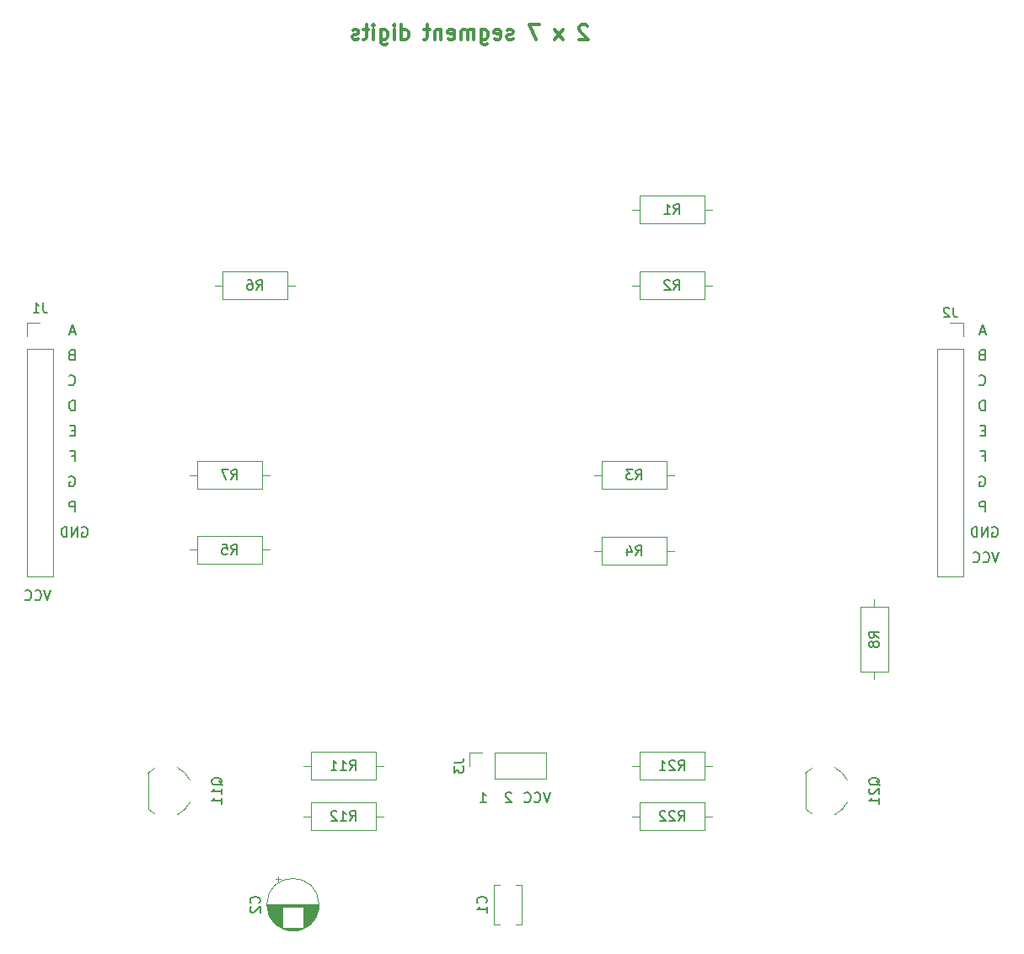
<source format=gbr>
%TF.GenerationSoftware,KiCad,Pcbnew,8.0.9*%
%TF.CreationDate,2025-03-03T18:21:58+11:00*%
%TF.ProjectId,7segment,37736567-6d65-46e7-942e-6b696361645f,rev?*%
%TF.SameCoordinates,PX292dfe0PY1d11680*%
%TF.FileFunction,Legend,Bot*%
%TF.FilePolarity,Positive*%
%FSLAX46Y46*%
G04 Gerber Fmt 4.6, Leading zero omitted, Abs format (unit mm)*
G04 Created by KiCad (PCBNEW 8.0.9) date 2025-03-03 18:21:58*
%MOMM*%
%LPD*%
G01*
G04 APERTURE LIST*
%ADD10C,0.150000*%
%ADD11C,0.300000*%
%ADD12C,0.120000*%
G04 APERTURE END LIST*
D10*
X48701077Y-76339819D02*
X48367744Y-77339819D01*
X48367744Y-77339819D02*
X48034411Y-76339819D01*
X47129649Y-77244580D02*
X47177268Y-77292200D01*
X47177268Y-77292200D02*
X47320125Y-77339819D01*
X47320125Y-77339819D02*
X47415363Y-77339819D01*
X47415363Y-77339819D02*
X47558220Y-77292200D01*
X47558220Y-77292200D02*
X47653458Y-77196961D01*
X47653458Y-77196961D02*
X47701077Y-77101723D01*
X47701077Y-77101723D02*
X47748696Y-76911247D01*
X47748696Y-76911247D02*
X47748696Y-76768390D01*
X47748696Y-76768390D02*
X47701077Y-76577914D01*
X47701077Y-76577914D02*
X47653458Y-76482676D01*
X47653458Y-76482676D02*
X47558220Y-76387438D01*
X47558220Y-76387438D02*
X47415363Y-76339819D01*
X47415363Y-76339819D02*
X47320125Y-76339819D01*
X47320125Y-76339819D02*
X47177268Y-76387438D01*
X47177268Y-76387438D02*
X47129649Y-76435057D01*
X46129649Y-77244580D02*
X46177268Y-77292200D01*
X46177268Y-77292200D02*
X46320125Y-77339819D01*
X46320125Y-77339819D02*
X46415363Y-77339819D01*
X46415363Y-77339819D02*
X46558220Y-77292200D01*
X46558220Y-77292200D02*
X46653458Y-77196961D01*
X46653458Y-77196961D02*
X46701077Y-77101723D01*
X46701077Y-77101723D02*
X46748696Y-76911247D01*
X46748696Y-76911247D02*
X46748696Y-76768390D01*
X46748696Y-76768390D02*
X46701077Y-76577914D01*
X46701077Y-76577914D02*
X46653458Y-76482676D01*
X46653458Y-76482676D02*
X46558220Y-76387438D01*
X46558220Y-76387438D02*
X46415363Y-76339819D01*
X46415363Y-76339819D02*
X46320125Y-76339819D01*
X46320125Y-76339819D02*
X46177268Y-76387438D01*
X46177268Y-76387438D02*
X46129649Y-76435057D01*
X91801792Y-35334580D02*
X91849411Y-35382200D01*
X91849411Y-35382200D02*
X91992268Y-35429819D01*
X91992268Y-35429819D02*
X92087506Y-35429819D01*
X92087506Y-35429819D02*
X92230363Y-35382200D01*
X92230363Y-35382200D02*
X92325601Y-35286961D01*
X92325601Y-35286961D02*
X92373220Y-35191723D01*
X92373220Y-35191723D02*
X92420839Y-35001247D01*
X92420839Y-35001247D02*
X92420839Y-34858390D01*
X92420839Y-34858390D02*
X92373220Y-34667914D01*
X92373220Y-34667914D02*
X92325601Y-34572676D01*
X92325601Y-34572676D02*
X92230363Y-34477438D01*
X92230363Y-34477438D02*
X92087506Y-34429819D01*
X92087506Y-34429819D02*
X91992268Y-34429819D01*
X91992268Y-34429819D02*
X91849411Y-34477438D01*
X91849411Y-34477438D02*
X91801792Y-34525057D01*
X599887Y-32366009D02*
X457030Y-32413628D01*
X457030Y-32413628D02*
X409411Y-32461247D01*
X409411Y-32461247D02*
X361792Y-32556485D01*
X361792Y-32556485D02*
X361792Y-32699342D01*
X361792Y-32699342D02*
X409411Y-32794580D01*
X409411Y-32794580D02*
X457030Y-32842200D01*
X457030Y-32842200D02*
X552268Y-32889819D01*
X552268Y-32889819D02*
X933220Y-32889819D01*
X933220Y-32889819D02*
X933220Y-31889819D01*
X933220Y-31889819D02*
X599887Y-31889819D01*
X599887Y-31889819D02*
X504649Y-31937438D01*
X504649Y-31937438D02*
X457030Y-31985057D01*
X457030Y-31985057D02*
X409411Y-32080295D01*
X409411Y-32080295D02*
X409411Y-32175533D01*
X409411Y-32175533D02*
X457030Y-32270771D01*
X457030Y-32270771D02*
X504649Y-32318390D01*
X504649Y-32318390D02*
X599887Y-32366009D01*
X599887Y-32366009D02*
X933220Y-32366009D01*
X409411Y-44637438D02*
X504649Y-44589819D01*
X504649Y-44589819D02*
X647506Y-44589819D01*
X647506Y-44589819D02*
X790363Y-44637438D01*
X790363Y-44637438D02*
X885601Y-44732676D01*
X885601Y-44732676D02*
X933220Y-44827914D01*
X933220Y-44827914D02*
X980839Y-45018390D01*
X980839Y-45018390D02*
X980839Y-45161247D01*
X980839Y-45161247D02*
X933220Y-45351723D01*
X933220Y-45351723D02*
X885601Y-45446961D01*
X885601Y-45446961D02*
X790363Y-45542200D01*
X790363Y-45542200D02*
X647506Y-45589819D01*
X647506Y-45589819D02*
X552268Y-45589819D01*
X552268Y-45589819D02*
X409411Y-45542200D01*
X409411Y-45542200D02*
X361792Y-45494580D01*
X361792Y-45494580D02*
X361792Y-45161247D01*
X361792Y-45161247D02*
X552268Y-45161247D01*
X933220Y-37969819D02*
X933220Y-36969819D01*
X933220Y-36969819D02*
X695125Y-36969819D01*
X695125Y-36969819D02*
X552268Y-37017438D01*
X552268Y-37017438D02*
X457030Y-37112676D01*
X457030Y-37112676D02*
X409411Y-37207914D01*
X409411Y-37207914D02*
X361792Y-37398390D01*
X361792Y-37398390D02*
X361792Y-37541247D01*
X361792Y-37541247D02*
X409411Y-37731723D01*
X409411Y-37731723D02*
X457030Y-37826961D01*
X457030Y-37826961D02*
X552268Y-37922200D01*
X552268Y-37922200D02*
X695125Y-37969819D01*
X695125Y-37969819D02*
X933220Y-37969819D01*
X1679411Y-49717438D02*
X1774649Y-49669819D01*
X1774649Y-49669819D02*
X1917506Y-49669819D01*
X1917506Y-49669819D02*
X2060363Y-49717438D01*
X2060363Y-49717438D02*
X2155601Y-49812676D01*
X2155601Y-49812676D02*
X2203220Y-49907914D01*
X2203220Y-49907914D02*
X2250839Y-50098390D01*
X2250839Y-50098390D02*
X2250839Y-50241247D01*
X2250839Y-50241247D02*
X2203220Y-50431723D01*
X2203220Y-50431723D02*
X2155601Y-50526961D01*
X2155601Y-50526961D02*
X2060363Y-50622200D01*
X2060363Y-50622200D02*
X1917506Y-50669819D01*
X1917506Y-50669819D02*
X1822268Y-50669819D01*
X1822268Y-50669819D02*
X1679411Y-50622200D01*
X1679411Y-50622200D02*
X1631792Y-50574580D01*
X1631792Y-50574580D02*
X1631792Y-50241247D01*
X1631792Y-50241247D02*
X1822268Y-50241247D01*
X1203220Y-50669819D02*
X1203220Y-49669819D01*
X1203220Y-49669819D02*
X631792Y-50669819D01*
X631792Y-50669819D02*
X631792Y-49669819D01*
X155601Y-50669819D02*
X155601Y-49669819D01*
X155601Y-49669819D02*
X-82494Y-49669819D01*
X-82494Y-49669819D02*
X-225351Y-49717438D01*
X-225351Y-49717438D02*
X-320589Y-49812676D01*
X-320589Y-49812676D02*
X-368208Y-49907914D01*
X-368208Y-49907914D02*
X-415827Y-50098390D01*
X-415827Y-50098390D02*
X-415827Y-50241247D01*
X-415827Y-50241247D02*
X-368208Y-50431723D01*
X-368208Y-50431723D02*
X-320589Y-50526961D01*
X-320589Y-50526961D02*
X-225351Y-50622200D01*
X-225351Y-50622200D02*
X-82494Y-50669819D01*
X-82494Y-50669819D02*
X155601Y-50669819D01*
X361792Y-35334580D02*
X409411Y-35382200D01*
X409411Y-35382200D02*
X552268Y-35429819D01*
X552268Y-35429819D02*
X647506Y-35429819D01*
X647506Y-35429819D02*
X790363Y-35382200D01*
X790363Y-35382200D02*
X885601Y-35286961D01*
X885601Y-35286961D02*
X933220Y-35191723D01*
X933220Y-35191723D02*
X980839Y-35001247D01*
X980839Y-35001247D02*
X980839Y-34858390D01*
X980839Y-34858390D02*
X933220Y-34667914D01*
X933220Y-34667914D02*
X885601Y-34572676D01*
X885601Y-34572676D02*
X790363Y-34477438D01*
X790363Y-34477438D02*
X647506Y-34429819D01*
X647506Y-34429819D02*
X552268Y-34429819D01*
X552268Y-34429819D02*
X409411Y-34477438D01*
X409411Y-34477438D02*
X361792Y-34525057D01*
D11*
X52461428Y678815D02*
X52390000Y750243D01*
X52390000Y750243D02*
X52247143Y821672D01*
X52247143Y821672D02*
X51890000Y821672D01*
X51890000Y821672D02*
X51747143Y750243D01*
X51747143Y750243D02*
X51675714Y678815D01*
X51675714Y678815D02*
X51604285Y535958D01*
X51604285Y535958D02*
X51604285Y393100D01*
X51604285Y393100D02*
X51675714Y178815D01*
X51675714Y178815D02*
X52532857Y-678328D01*
X52532857Y-678328D02*
X51604285Y-678328D01*
X49961429Y-678328D02*
X49175715Y321672D01*
X49961429Y321672D02*
X49175715Y-678328D01*
X47604286Y821672D02*
X46604286Y821672D01*
X46604286Y821672D02*
X47247143Y-678328D01*
X44961429Y-606900D02*
X44818572Y-678328D01*
X44818572Y-678328D02*
X44532858Y-678328D01*
X44532858Y-678328D02*
X44390001Y-606900D01*
X44390001Y-606900D02*
X44318572Y-464042D01*
X44318572Y-464042D02*
X44318572Y-392614D01*
X44318572Y-392614D02*
X44390001Y-249757D01*
X44390001Y-249757D02*
X44532858Y-178328D01*
X44532858Y-178328D02*
X44747144Y-178328D01*
X44747144Y-178328D02*
X44890001Y-106900D01*
X44890001Y-106900D02*
X44961429Y35958D01*
X44961429Y35958D02*
X44961429Y107386D01*
X44961429Y107386D02*
X44890001Y250243D01*
X44890001Y250243D02*
X44747144Y321672D01*
X44747144Y321672D02*
X44532858Y321672D01*
X44532858Y321672D02*
X44390001Y250243D01*
X43104286Y-606900D02*
X43247143Y-678328D01*
X43247143Y-678328D02*
X43532858Y-678328D01*
X43532858Y-678328D02*
X43675715Y-606900D01*
X43675715Y-606900D02*
X43747143Y-464042D01*
X43747143Y-464042D02*
X43747143Y107386D01*
X43747143Y107386D02*
X43675715Y250243D01*
X43675715Y250243D02*
X43532858Y321672D01*
X43532858Y321672D02*
X43247143Y321672D01*
X43247143Y321672D02*
X43104286Y250243D01*
X43104286Y250243D02*
X43032858Y107386D01*
X43032858Y107386D02*
X43032858Y-35471D01*
X43032858Y-35471D02*
X43747143Y-178328D01*
X41747144Y321672D02*
X41747144Y-892614D01*
X41747144Y-892614D02*
X41818572Y-1035471D01*
X41818572Y-1035471D02*
X41890001Y-1106900D01*
X41890001Y-1106900D02*
X42032858Y-1178328D01*
X42032858Y-1178328D02*
X42247144Y-1178328D01*
X42247144Y-1178328D02*
X42390001Y-1106900D01*
X41747144Y-606900D02*
X41890001Y-678328D01*
X41890001Y-678328D02*
X42175715Y-678328D01*
X42175715Y-678328D02*
X42318572Y-606900D01*
X42318572Y-606900D02*
X42390001Y-535471D01*
X42390001Y-535471D02*
X42461429Y-392614D01*
X42461429Y-392614D02*
X42461429Y35958D01*
X42461429Y35958D02*
X42390001Y178815D01*
X42390001Y178815D02*
X42318572Y250243D01*
X42318572Y250243D02*
X42175715Y321672D01*
X42175715Y321672D02*
X41890001Y321672D01*
X41890001Y321672D02*
X41747144Y250243D01*
X41032858Y-678328D02*
X41032858Y321672D01*
X41032858Y178815D02*
X40961429Y250243D01*
X40961429Y250243D02*
X40818572Y321672D01*
X40818572Y321672D02*
X40604286Y321672D01*
X40604286Y321672D02*
X40461429Y250243D01*
X40461429Y250243D02*
X40390001Y107386D01*
X40390001Y107386D02*
X40390001Y-678328D01*
X40390001Y107386D02*
X40318572Y250243D01*
X40318572Y250243D02*
X40175715Y321672D01*
X40175715Y321672D02*
X39961429Y321672D01*
X39961429Y321672D02*
X39818572Y250243D01*
X39818572Y250243D02*
X39747143Y107386D01*
X39747143Y107386D02*
X39747143Y-678328D01*
X38461429Y-606900D02*
X38604286Y-678328D01*
X38604286Y-678328D02*
X38890001Y-678328D01*
X38890001Y-678328D02*
X39032858Y-606900D01*
X39032858Y-606900D02*
X39104286Y-464042D01*
X39104286Y-464042D02*
X39104286Y107386D01*
X39104286Y107386D02*
X39032858Y250243D01*
X39032858Y250243D02*
X38890001Y321672D01*
X38890001Y321672D02*
X38604286Y321672D01*
X38604286Y321672D02*
X38461429Y250243D01*
X38461429Y250243D02*
X38390001Y107386D01*
X38390001Y107386D02*
X38390001Y-35471D01*
X38390001Y-35471D02*
X39104286Y-178328D01*
X37747144Y321672D02*
X37747144Y-678328D01*
X37747144Y178815D02*
X37675715Y250243D01*
X37675715Y250243D02*
X37532858Y321672D01*
X37532858Y321672D02*
X37318572Y321672D01*
X37318572Y321672D02*
X37175715Y250243D01*
X37175715Y250243D02*
X37104287Y107386D01*
X37104287Y107386D02*
X37104287Y-678328D01*
X36604286Y321672D02*
X36032858Y321672D01*
X36390001Y821672D02*
X36390001Y-464042D01*
X36390001Y-464042D02*
X36318572Y-606900D01*
X36318572Y-606900D02*
X36175715Y-678328D01*
X36175715Y-678328D02*
X36032858Y-678328D01*
X33747144Y-678328D02*
X33747144Y821672D01*
X33747144Y-606900D02*
X33890001Y-678328D01*
X33890001Y-678328D02*
X34175715Y-678328D01*
X34175715Y-678328D02*
X34318572Y-606900D01*
X34318572Y-606900D02*
X34390001Y-535471D01*
X34390001Y-535471D02*
X34461429Y-392614D01*
X34461429Y-392614D02*
X34461429Y35958D01*
X34461429Y35958D02*
X34390001Y178815D01*
X34390001Y178815D02*
X34318572Y250243D01*
X34318572Y250243D02*
X34175715Y321672D01*
X34175715Y321672D02*
X33890001Y321672D01*
X33890001Y321672D02*
X33747144Y250243D01*
X33032858Y-678328D02*
X33032858Y321672D01*
X33032858Y821672D02*
X33104286Y750243D01*
X33104286Y750243D02*
X33032858Y678815D01*
X33032858Y678815D02*
X32961429Y750243D01*
X32961429Y750243D02*
X33032858Y821672D01*
X33032858Y821672D02*
X33032858Y678815D01*
X31675715Y321672D02*
X31675715Y-892614D01*
X31675715Y-892614D02*
X31747143Y-1035471D01*
X31747143Y-1035471D02*
X31818572Y-1106900D01*
X31818572Y-1106900D02*
X31961429Y-1178328D01*
X31961429Y-1178328D02*
X32175715Y-1178328D01*
X32175715Y-1178328D02*
X32318572Y-1106900D01*
X31675715Y-606900D02*
X31818572Y-678328D01*
X31818572Y-678328D02*
X32104286Y-678328D01*
X32104286Y-678328D02*
X32247143Y-606900D01*
X32247143Y-606900D02*
X32318572Y-535471D01*
X32318572Y-535471D02*
X32390000Y-392614D01*
X32390000Y-392614D02*
X32390000Y35958D01*
X32390000Y35958D02*
X32318572Y178815D01*
X32318572Y178815D02*
X32247143Y250243D01*
X32247143Y250243D02*
X32104286Y321672D01*
X32104286Y321672D02*
X31818572Y321672D01*
X31818572Y321672D02*
X31675715Y250243D01*
X30961429Y-678328D02*
X30961429Y321672D01*
X30961429Y821672D02*
X31032857Y750243D01*
X31032857Y750243D02*
X30961429Y678815D01*
X30961429Y678815D02*
X30890000Y750243D01*
X30890000Y750243D02*
X30961429Y821672D01*
X30961429Y821672D02*
X30961429Y678815D01*
X30461428Y321672D02*
X29890000Y321672D01*
X30247143Y821672D02*
X30247143Y-464042D01*
X30247143Y-464042D02*
X30175714Y-606900D01*
X30175714Y-606900D02*
X30032857Y-678328D01*
X30032857Y-678328D02*
X29890000Y-678328D01*
X29461428Y-606900D02*
X29318571Y-678328D01*
X29318571Y-678328D02*
X29032857Y-678328D01*
X29032857Y-678328D02*
X28890000Y-606900D01*
X28890000Y-606900D02*
X28818571Y-464042D01*
X28818571Y-464042D02*
X28818571Y-392614D01*
X28818571Y-392614D02*
X28890000Y-249757D01*
X28890000Y-249757D02*
X29032857Y-178328D01*
X29032857Y-178328D02*
X29247143Y-178328D01*
X29247143Y-178328D02*
X29390000Y-106900D01*
X29390000Y-106900D02*
X29461428Y35958D01*
X29461428Y35958D02*
X29461428Y107386D01*
X29461428Y107386D02*
X29390000Y250243D01*
X29390000Y250243D02*
X29247143Y321672D01*
X29247143Y321672D02*
X29032857Y321672D01*
X29032857Y321672D02*
X28890000Y250243D01*
D10*
X92373220Y-48129819D02*
X92373220Y-47129819D01*
X92373220Y-47129819D02*
X91992268Y-47129819D01*
X91992268Y-47129819D02*
X91897030Y-47177438D01*
X91897030Y-47177438D02*
X91849411Y-47225057D01*
X91849411Y-47225057D02*
X91801792Y-47320295D01*
X91801792Y-47320295D02*
X91801792Y-47463152D01*
X91801792Y-47463152D02*
X91849411Y-47558390D01*
X91849411Y-47558390D02*
X91897030Y-47606009D01*
X91897030Y-47606009D02*
X91992268Y-47653628D01*
X91992268Y-47653628D02*
X92373220Y-47653628D01*
X92039887Y-32366009D02*
X91897030Y-32413628D01*
X91897030Y-32413628D02*
X91849411Y-32461247D01*
X91849411Y-32461247D02*
X91801792Y-32556485D01*
X91801792Y-32556485D02*
X91801792Y-32699342D01*
X91801792Y-32699342D02*
X91849411Y-32794580D01*
X91849411Y-32794580D02*
X91897030Y-32842200D01*
X91897030Y-32842200D02*
X91992268Y-32889819D01*
X91992268Y-32889819D02*
X92373220Y-32889819D01*
X92373220Y-32889819D02*
X92373220Y-31889819D01*
X92373220Y-31889819D02*
X92039887Y-31889819D01*
X92039887Y-31889819D02*
X91944649Y-31937438D01*
X91944649Y-31937438D02*
X91897030Y-31985057D01*
X91897030Y-31985057D02*
X91849411Y-32080295D01*
X91849411Y-32080295D02*
X91849411Y-32175533D01*
X91849411Y-32175533D02*
X91897030Y-32270771D01*
X91897030Y-32270771D02*
X91944649Y-32318390D01*
X91944649Y-32318390D02*
X92039887Y-32366009D01*
X92039887Y-32366009D02*
X92373220Y-32366009D01*
X92039887Y-42526009D02*
X92373220Y-42526009D01*
X92373220Y-43049819D02*
X92373220Y-42049819D01*
X92373220Y-42049819D02*
X91897030Y-42049819D01*
X41684411Y-77339819D02*
X42255839Y-77339819D01*
X41970125Y-77339819D02*
X41970125Y-76339819D01*
X41970125Y-76339819D02*
X42065363Y-76482676D01*
X42065363Y-76482676D02*
X42160601Y-76577914D01*
X42160601Y-76577914D02*
X42255839Y-76625533D01*
X44795839Y-76435057D02*
X44748220Y-76387438D01*
X44748220Y-76387438D02*
X44652982Y-76339819D01*
X44652982Y-76339819D02*
X44414887Y-76339819D01*
X44414887Y-76339819D02*
X44319649Y-76387438D01*
X44319649Y-76387438D02*
X44272030Y-76435057D01*
X44272030Y-76435057D02*
X44224411Y-76530295D01*
X44224411Y-76530295D02*
X44224411Y-76625533D01*
X44224411Y-76625533D02*
X44272030Y-76768390D01*
X44272030Y-76768390D02*
X44843458Y-77339819D01*
X44843458Y-77339819D02*
X44224411Y-77339819D01*
X92420839Y-30064104D02*
X91944649Y-30064104D01*
X92516077Y-30349819D02*
X92182744Y-29349819D01*
X92182744Y-29349819D02*
X91849411Y-30349819D01*
X93119411Y-49717438D02*
X93214649Y-49669819D01*
X93214649Y-49669819D02*
X93357506Y-49669819D01*
X93357506Y-49669819D02*
X93500363Y-49717438D01*
X93500363Y-49717438D02*
X93595601Y-49812676D01*
X93595601Y-49812676D02*
X93643220Y-49907914D01*
X93643220Y-49907914D02*
X93690839Y-50098390D01*
X93690839Y-50098390D02*
X93690839Y-50241247D01*
X93690839Y-50241247D02*
X93643220Y-50431723D01*
X93643220Y-50431723D02*
X93595601Y-50526961D01*
X93595601Y-50526961D02*
X93500363Y-50622200D01*
X93500363Y-50622200D02*
X93357506Y-50669819D01*
X93357506Y-50669819D02*
X93262268Y-50669819D01*
X93262268Y-50669819D02*
X93119411Y-50622200D01*
X93119411Y-50622200D02*
X93071792Y-50574580D01*
X93071792Y-50574580D02*
X93071792Y-50241247D01*
X93071792Y-50241247D02*
X93262268Y-50241247D01*
X92643220Y-50669819D02*
X92643220Y-49669819D01*
X92643220Y-49669819D02*
X92071792Y-50669819D01*
X92071792Y-50669819D02*
X92071792Y-49669819D01*
X91595601Y-50669819D02*
X91595601Y-49669819D01*
X91595601Y-49669819D02*
X91357506Y-49669819D01*
X91357506Y-49669819D02*
X91214649Y-49717438D01*
X91214649Y-49717438D02*
X91119411Y-49812676D01*
X91119411Y-49812676D02*
X91071792Y-49907914D01*
X91071792Y-49907914D02*
X91024173Y-50098390D01*
X91024173Y-50098390D02*
X91024173Y-50241247D01*
X91024173Y-50241247D02*
X91071792Y-50431723D01*
X91071792Y-50431723D02*
X91119411Y-50526961D01*
X91119411Y-50526961D02*
X91214649Y-50622200D01*
X91214649Y-50622200D02*
X91357506Y-50669819D01*
X91357506Y-50669819D02*
X91595601Y-50669819D01*
X933220Y-48129819D02*
X933220Y-47129819D01*
X933220Y-47129819D02*
X552268Y-47129819D01*
X552268Y-47129819D02*
X457030Y-47177438D01*
X457030Y-47177438D02*
X409411Y-47225057D01*
X409411Y-47225057D02*
X361792Y-47320295D01*
X361792Y-47320295D02*
X361792Y-47463152D01*
X361792Y-47463152D02*
X409411Y-47558390D01*
X409411Y-47558390D02*
X457030Y-47606009D01*
X457030Y-47606009D02*
X552268Y-47653628D01*
X552268Y-47653628D02*
X933220Y-47653628D01*
X92373220Y-37969819D02*
X92373220Y-36969819D01*
X92373220Y-36969819D02*
X92135125Y-36969819D01*
X92135125Y-36969819D02*
X91992268Y-37017438D01*
X91992268Y-37017438D02*
X91897030Y-37112676D01*
X91897030Y-37112676D02*
X91849411Y-37207914D01*
X91849411Y-37207914D02*
X91801792Y-37398390D01*
X91801792Y-37398390D02*
X91801792Y-37541247D01*
X91801792Y-37541247D02*
X91849411Y-37731723D01*
X91849411Y-37731723D02*
X91897030Y-37826961D01*
X91897030Y-37826961D02*
X91992268Y-37922200D01*
X91992268Y-37922200D02*
X92135125Y-37969819D01*
X92135125Y-37969819D02*
X92373220Y-37969819D01*
X980839Y-30064104D02*
X504649Y-30064104D01*
X1076077Y-30349819D02*
X742744Y-29349819D01*
X742744Y-29349819D02*
X409411Y-30349819D01*
X93786077Y-52209819D02*
X93452744Y-53209819D01*
X93452744Y-53209819D02*
X93119411Y-52209819D01*
X92214649Y-53114580D02*
X92262268Y-53162200D01*
X92262268Y-53162200D02*
X92405125Y-53209819D01*
X92405125Y-53209819D02*
X92500363Y-53209819D01*
X92500363Y-53209819D02*
X92643220Y-53162200D01*
X92643220Y-53162200D02*
X92738458Y-53066961D01*
X92738458Y-53066961D02*
X92786077Y-52971723D01*
X92786077Y-52971723D02*
X92833696Y-52781247D01*
X92833696Y-52781247D02*
X92833696Y-52638390D01*
X92833696Y-52638390D02*
X92786077Y-52447914D01*
X92786077Y-52447914D02*
X92738458Y-52352676D01*
X92738458Y-52352676D02*
X92643220Y-52257438D01*
X92643220Y-52257438D02*
X92500363Y-52209819D01*
X92500363Y-52209819D02*
X92405125Y-52209819D01*
X92405125Y-52209819D02*
X92262268Y-52257438D01*
X92262268Y-52257438D02*
X92214649Y-52305057D01*
X91214649Y-53114580D02*
X91262268Y-53162200D01*
X91262268Y-53162200D02*
X91405125Y-53209819D01*
X91405125Y-53209819D02*
X91500363Y-53209819D01*
X91500363Y-53209819D02*
X91643220Y-53162200D01*
X91643220Y-53162200D02*
X91738458Y-53066961D01*
X91738458Y-53066961D02*
X91786077Y-52971723D01*
X91786077Y-52971723D02*
X91833696Y-52781247D01*
X91833696Y-52781247D02*
X91833696Y-52638390D01*
X91833696Y-52638390D02*
X91786077Y-52447914D01*
X91786077Y-52447914D02*
X91738458Y-52352676D01*
X91738458Y-52352676D02*
X91643220Y-52257438D01*
X91643220Y-52257438D02*
X91500363Y-52209819D01*
X91500363Y-52209819D02*
X91405125Y-52209819D01*
X91405125Y-52209819D02*
X91262268Y-52257438D01*
X91262268Y-52257438D02*
X91214649Y-52305057D01*
X92373220Y-39986009D02*
X92039887Y-39986009D01*
X91897030Y-40509819D02*
X92373220Y-40509819D01*
X92373220Y-40509819D02*
X92373220Y-39509819D01*
X92373220Y-39509819D02*
X91897030Y-39509819D01*
X933220Y-39986009D02*
X599887Y-39986009D01*
X457030Y-40509819D02*
X933220Y-40509819D01*
X933220Y-40509819D02*
X933220Y-39509819D01*
X933220Y-39509819D02*
X457030Y-39509819D01*
X91849411Y-44637438D02*
X91944649Y-44589819D01*
X91944649Y-44589819D02*
X92087506Y-44589819D01*
X92087506Y-44589819D02*
X92230363Y-44637438D01*
X92230363Y-44637438D02*
X92325601Y-44732676D01*
X92325601Y-44732676D02*
X92373220Y-44827914D01*
X92373220Y-44827914D02*
X92420839Y-45018390D01*
X92420839Y-45018390D02*
X92420839Y-45161247D01*
X92420839Y-45161247D02*
X92373220Y-45351723D01*
X92373220Y-45351723D02*
X92325601Y-45446961D01*
X92325601Y-45446961D02*
X92230363Y-45542200D01*
X92230363Y-45542200D02*
X92087506Y-45589819D01*
X92087506Y-45589819D02*
X91992268Y-45589819D01*
X91992268Y-45589819D02*
X91849411Y-45542200D01*
X91849411Y-45542200D02*
X91801792Y-45494580D01*
X91801792Y-45494580D02*
X91801792Y-45161247D01*
X91801792Y-45161247D02*
X91992268Y-45161247D01*
X-1463923Y-56019819D02*
X-1797256Y-57019819D01*
X-1797256Y-57019819D02*
X-2130589Y-56019819D01*
X-3035351Y-56924580D02*
X-2987732Y-56972200D01*
X-2987732Y-56972200D02*
X-2844875Y-57019819D01*
X-2844875Y-57019819D02*
X-2749637Y-57019819D01*
X-2749637Y-57019819D02*
X-2606780Y-56972200D01*
X-2606780Y-56972200D02*
X-2511542Y-56876961D01*
X-2511542Y-56876961D02*
X-2463923Y-56781723D01*
X-2463923Y-56781723D02*
X-2416304Y-56591247D01*
X-2416304Y-56591247D02*
X-2416304Y-56448390D01*
X-2416304Y-56448390D02*
X-2463923Y-56257914D01*
X-2463923Y-56257914D02*
X-2511542Y-56162676D01*
X-2511542Y-56162676D02*
X-2606780Y-56067438D01*
X-2606780Y-56067438D02*
X-2749637Y-56019819D01*
X-2749637Y-56019819D02*
X-2844875Y-56019819D01*
X-2844875Y-56019819D02*
X-2987732Y-56067438D01*
X-2987732Y-56067438D02*
X-3035351Y-56115057D01*
X-4035351Y-56924580D02*
X-3987732Y-56972200D01*
X-3987732Y-56972200D02*
X-3844875Y-57019819D01*
X-3844875Y-57019819D02*
X-3749637Y-57019819D01*
X-3749637Y-57019819D02*
X-3606780Y-56972200D01*
X-3606780Y-56972200D02*
X-3511542Y-56876961D01*
X-3511542Y-56876961D02*
X-3463923Y-56781723D01*
X-3463923Y-56781723D02*
X-3416304Y-56591247D01*
X-3416304Y-56591247D02*
X-3416304Y-56448390D01*
X-3416304Y-56448390D02*
X-3463923Y-56257914D01*
X-3463923Y-56257914D02*
X-3511542Y-56162676D01*
X-3511542Y-56162676D02*
X-3606780Y-56067438D01*
X-3606780Y-56067438D02*
X-3749637Y-56019819D01*
X-3749637Y-56019819D02*
X-3844875Y-56019819D01*
X-3844875Y-56019819D02*
X-3987732Y-56067438D01*
X-3987732Y-56067438D02*
X-4035351Y-56115057D01*
X599887Y-42526009D02*
X933220Y-42526009D01*
X933220Y-43049819D02*
X933220Y-42049819D01*
X933220Y-42049819D02*
X457030Y-42049819D01*
X39034819Y-73326666D02*
X39749104Y-73326666D01*
X39749104Y-73326666D02*
X39891961Y-73279047D01*
X39891961Y-73279047D02*
X39987200Y-73183809D01*
X39987200Y-73183809D02*
X40034819Y-73040952D01*
X40034819Y-73040952D02*
X40034819Y-72945714D01*
X39034819Y-73707619D02*
X39034819Y-74326666D01*
X39034819Y-74326666D02*
X39415771Y-73993333D01*
X39415771Y-73993333D02*
X39415771Y-74136190D01*
X39415771Y-74136190D02*
X39463390Y-74231428D01*
X39463390Y-74231428D02*
X39511009Y-74279047D01*
X39511009Y-74279047D02*
X39606247Y-74326666D01*
X39606247Y-74326666D02*
X39844342Y-74326666D01*
X39844342Y-74326666D02*
X39939580Y-74279047D01*
X39939580Y-74279047D02*
X39987200Y-74231428D01*
X39987200Y-74231428D02*
X40034819Y-74136190D01*
X40034819Y-74136190D02*
X40034819Y-73850476D01*
X40034819Y-73850476D02*
X39987200Y-73755238D01*
X39987200Y-73755238D02*
X39939580Y-73707619D01*
X89233333Y-27604819D02*
X89233333Y-28319104D01*
X89233333Y-28319104D02*
X89280952Y-28461961D01*
X89280952Y-28461961D02*
X89376190Y-28557200D01*
X89376190Y-28557200D02*
X89519047Y-28604819D01*
X89519047Y-28604819D02*
X89614285Y-28604819D01*
X88804761Y-27700057D02*
X88757142Y-27652438D01*
X88757142Y-27652438D02*
X88661904Y-27604819D01*
X88661904Y-27604819D02*
X88423809Y-27604819D01*
X88423809Y-27604819D02*
X88328571Y-27652438D01*
X88328571Y-27652438D02*
X88280952Y-27700057D01*
X88280952Y-27700057D02*
X88233333Y-27795295D01*
X88233333Y-27795295D02*
X88233333Y-27890533D01*
X88233333Y-27890533D02*
X88280952Y-28033390D01*
X88280952Y-28033390D02*
X88852380Y-28604819D01*
X88852380Y-28604819D02*
X88233333Y-28604819D01*
X-2206667Y-27164819D02*
X-2206667Y-27879104D01*
X-2206667Y-27879104D02*
X-2159048Y-28021961D01*
X-2159048Y-28021961D02*
X-2063810Y-28117200D01*
X-2063810Y-28117200D02*
X-1920953Y-28164819D01*
X-1920953Y-28164819D02*
X-1825715Y-28164819D01*
X-3206667Y-28164819D02*
X-2635239Y-28164819D01*
X-2920953Y-28164819D02*
X-2920953Y-27164819D01*
X-2920953Y-27164819D02*
X-2825715Y-27307676D01*
X-2825715Y-27307676D02*
X-2730477Y-27402914D01*
X-2730477Y-27402914D02*
X-2635239Y-27450533D01*
X15790057Y-75618571D02*
X15742438Y-75523333D01*
X15742438Y-75523333D02*
X15647200Y-75428095D01*
X15647200Y-75428095D02*
X15504342Y-75285238D01*
X15504342Y-75285238D02*
X15456723Y-75190000D01*
X15456723Y-75190000D02*
X15456723Y-75094762D01*
X15694819Y-75142381D02*
X15647200Y-75047143D01*
X15647200Y-75047143D02*
X15551961Y-74951905D01*
X15551961Y-74951905D02*
X15361485Y-74904286D01*
X15361485Y-74904286D02*
X15028152Y-74904286D01*
X15028152Y-74904286D02*
X14837676Y-74951905D01*
X14837676Y-74951905D02*
X14742438Y-75047143D01*
X14742438Y-75047143D02*
X14694819Y-75142381D01*
X14694819Y-75142381D02*
X14694819Y-75332857D01*
X14694819Y-75332857D02*
X14742438Y-75428095D01*
X14742438Y-75428095D02*
X14837676Y-75523333D01*
X14837676Y-75523333D02*
X15028152Y-75570952D01*
X15028152Y-75570952D02*
X15361485Y-75570952D01*
X15361485Y-75570952D02*
X15551961Y-75523333D01*
X15551961Y-75523333D02*
X15647200Y-75428095D01*
X15647200Y-75428095D02*
X15694819Y-75332857D01*
X15694819Y-75332857D02*
X15694819Y-75142381D01*
X15694819Y-76523333D02*
X15694819Y-75951905D01*
X15694819Y-76237619D02*
X14694819Y-76237619D01*
X14694819Y-76237619D02*
X14837676Y-76142381D01*
X14837676Y-76142381D02*
X14932914Y-76047143D01*
X14932914Y-76047143D02*
X14980533Y-75951905D01*
X15694819Y-77475714D02*
X15694819Y-76904286D01*
X15694819Y-77190000D02*
X14694819Y-77190000D01*
X14694819Y-77190000D02*
X14837676Y-77094762D01*
X14837676Y-77094762D02*
X14932914Y-76999524D01*
X14932914Y-76999524D02*
X14980533Y-76904286D01*
X81830057Y-75618571D02*
X81782438Y-75523333D01*
X81782438Y-75523333D02*
X81687200Y-75428095D01*
X81687200Y-75428095D02*
X81544342Y-75285238D01*
X81544342Y-75285238D02*
X81496723Y-75190000D01*
X81496723Y-75190000D02*
X81496723Y-75094762D01*
X81734819Y-75142381D02*
X81687200Y-75047143D01*
X81687200Y-75047143D02*
X81591961Y-74951905D01*
X81591961Y-74951905D02*
X81401485Y-74904286D01*
X81401485Y-74904286D02*
X81068152Y-74904286D01*
X81068152Y-74904286D02*
X80877676Y-74951905D01*
X80877676Y-74951905D02*
X80782438Y-75047143D01*
X80782438Y-75047143D02*
X80734819Y-75142381D01*
X80734819Y-75142381D02*
X80734819Y-75332857D01*
X80734819Y-75332857D02*
X80782438Y-75428095D01*
X80782438Y-75428095D02*
X80877676Y-75523333D01*
X80877676Y-75523333D02*
X81068152Y-75570952D01*
X81068152Y-75570952D02*
X81401485Y-75570952D01*
X81401485Y-75570952D02*
X81591961Y-75523333D01*
X81591961Y-75523333D02*
X81687200Y-75428095D01*
X81687200Y-75428095D02*
X81734819Y-75332857D01*
X81734819Y-75332857D02*
X81734819Y-75142381D01*
X80830057Y-75951905D02*
X80782438Y-75999524D01*
X80782438Y-75999524D02*
X80734819Y-76094762D01*
X80734819Y-76094762D02*
X80734819Y-76332857D01*
X80734819Y-76332857D02*
X80782438Y-76428095D01*
X80782438Y-76428095D02*
X80830057Y-76475714D01*
X80830057Y-76475714D02*
X80925295Y-76523333D01*
X80925295Y-76523333D02*
X81020533Y-76523333D01*
X81020533Y-76523333D02*
X81163390Y-76475714D01*
X81163390Y-76475714D02*
X81734819Y-75904286D01*
X81734819Y-75904286D02*
X81734819Y-76523333D01*
X81734819Y-77475714D02*
X81734819Y-76904286D01*
X81734819Y-77190000D02*
X80734819Y-77190000D01*
X80734819Y-77190000D02*
X80877676Y-77094762D01*
X80877676Y-77094762D02*
X80972914Y-76999524D01*
X80972914Y-76999524D02*
X81020533Y-76904286D01*
X28582857Y-74114819D02*
X28916190Y-73638628D01*
X29154285Y-74114819D02*
X29154285Y-73114819D01*
X29154285Y-73114819D02*
X28773333Y-73114819D01*
X28773333Y-73114819D02*
X28678095Y-73162438D01*
X28678095Y-73162438D02*
X28630476Y-73210057D01*
X28630476Y-73210057D02*
X28582857Y-73305295D01*
X28582857Y-73305295D02*
X28582857Y-73448152D01*
X28582857Y-73448152D02*
X28630476Y-73543390D01*
X28630476Y-73543390D02*
X28678095Y-73591009D01*
X28678095Y-73591009D02*
X28773333Y-73638628D01*
X28773333Y-73638628D02*
X29154285Y-73638628D01*
X27630476Y-74114819D02*
X28201904Y-74114819D01*
X27916190Y-74114819D02*
X27916190Y-73114819D01*
X27916190Y-73114819D02*
X28011428Y-73257676D01*
X28011428Y-73257676D02*
X28106666Y-73352914D01*
X28106666Y-73352914D02*
X28201904Y-73400533D01*
X26678095Y-74114819D02*
X27249523Y-74114819D01*
X26963809Y-74114819D02*
X26963809Y-73114819D01*
X26963809Y-73114819D02*
X27059047Y-73257676D01*
X27059047Y-73257676D02*
X27154285Y-73352914D01*
X27154285Y-73352914D02*
X27249523Y-73400533D01*
X61602857Y-74114819D02*
X61936190Y-73638628D01*
X62174285Y-74114819D02*
X62174285Y-73114819D01*
X62174285Y-73114819D02*
X61793333Y-73114819D01*
X61793333Y-73114819D02*
X61698095Y-73162438D01*
X61698095Y-73162438D02*
X61650476Y-73210057D01*
X61650476Y-73210057D02*
X61602857Y-73305295D01*
X61602857Y-73305295D02*
X61602857Y-73448152D01*
X61602857Y-73448152D02*
X61650476Y-73543390D01*
X61650476Y-73543390D02*
X61698095Y-73591009D01*
X61698095Y-73591009D02*
X61793333Y-73638628D01*
X61793333Y-73638628D02*
X62174285Y-73638628D01*
X61221904Y-73210057D02*
X61174285Y-73162438D01*
X61174285Y-73162438D02*
X61079047Y-73114819D01*
X61079047Y-73114819D02*
X60840952Y-73114819D01*
X60840952Y-73114819D02*
X60745714Y-73162438D01*
X60745714Y-73162438D02*
X60698095Y-73210057D01*
X60698095Y-73210057D02*
X60650476Y-73305295D01*
X60650476Y-73305295D02*
X60650476Y-73400533D01*
X60650476Y-73400533D02*
X60698095Y-73543390D01*
X60698095Y-73543390D02*
X61269523Y-74114819D01*
X61269523Y-74114819D02*
X60650476Y-74114819D01*
X59698095Y-74114819D02*
X60269523Y-74114819D01*
X59983809Y-74114819D02*
X59983809Y-73114819D01*
X59983809Y-73114819D02*
X60079047Y-73257676D01*
X60079047Y-73257676D02*
X60174285Y-73352914D01*
X60174285Y-73352914D02*
X60269523Y-73400533D01*
X28582857Y-79194819D02*
X28916190Y-78718628D01*
X29154285Y-79194819D02*
X29154285Y-78194819D01*
X29154285Y-78194819D02*
X28773333Y-78194819D01*
X28773333Y-78194819D02*
X28678095Y-78242438D01*
X28678095Y-78242438D02*
X28630476Y-78290057D01*
X28630476Y-78290057D02*
X28582857Y-78385295D01*
X28582857Y-78385295D02*
X28582857Y-78528152D01*
X28582857Y-78528152D02*
X28630476Y-78623390D01*
X28630476Y-78623390D02*
X28678095Y-78671009D01*
X28678095Y-78671009D02*
X28773333Y-78718628D01*
X28773333Y-78718628D02*
X29154285Y-78718628D01*
X27630476Y-79194819D02*
X28201904Y-79194819D01*
X27916190Y-79194819D02*
X27916190Y-78194819D01*
X27916190Y-78194819D02*
X28011428Y-78337676D01*
X28011428Y-78337676D02*
X28106666Y-78432914D01*
X28106666Y-78432914D02*
X28201904Y-78480533D01*
X27249523Y-78290057D02*
X27201904Y-78242438D01*
X27201904Y-78242438D02*
X27106666Y-78194819D01*
X27106666Y-78194819D02*
X26868571Y-78194819D01*
X26868571Y-78194819D02*
X26773333Y-78242438D01*
X26773333Y-78242438D02*
X26725714Y-78290057D01*
X26725714Y-78290057D02*
X26678095Y-78385295D01*
X26678095Y-78385295D02*
X26678095Y-78480533D01*
X26678095Y-78480533D02*
X26725714Y-78623390D01*
X26725714Y-78623390D02*
X27297142Y-79194819D01*
X27297142Y-79194819D02*
X26678095Y-79194819D01*
X61602857Y-79194819D02*
X61936190Y-78718628D01*
X62174285Y-79194819D02*
X62174285Y-78194819D01*
X62174285Y-78194819D02*
X61793333Y-78194819D01*
X61793333Y-78194819D02*
X61698095Y-78242438D01*
X61698095Y-78242438D02*
X61650476Y-78290057D01*
X61650476Y-78290057D02*
X61602857Y-78385295D01*
X61602857Y-78385295D02*
X61602857Y-78528152D01*
X61602857Y-78528152D02*
X61650476Y-78623390D01*
X61650476Y-78623390D02*
X61698095Y-78671009D01*
X61698095Y-78671009D02*
X61793333Y-78718628D01*
X61793333Y-78718628D02*
X62174285Y-78718628D01*
X61221904Y-78290057D02*
X61174285Y-78242438D01*
X61174285Y-78242438D02*
X61079047Y-78194819D01*
X61079047Y-78194819D02*
X60840952Y-78194819D01*
X60840952Y-78194819D02*
X60745714Y-78242438D01*
X60745714Y-78242438D02*
X60698095Y-78290057D01*
X60698095Y-78290057D02*
X60650476Y-78385295D01*
X60650476Y-78385295D02*
X60650476Y-78480533D01*
X60650476Y-78480533D02*
X60698095Y-78623390D01*
X60698095Y-78623390D02*
X61269523Y-79194819D01*
X61269523Y-79194819D02*
X60650476Y-79194819D01*
X60269523Y-78290057D02*
X60221904Y-78242438D01*
X60221904Y-78242438D02*
X60126666Y-78194819D01*
X60126666Y-78194819D02*
X59888571Y-78194819D01*
X59888571Y-78194819D02*
X59793333Y-78242438D01*
X59793333Y-78242438D02*
X59745714Y-78290057D01*
X59745714Y-78290057D02*
X59698095Y-78385295D01*
X59698095Y-78385295D02*
X59698095Y-78480533D01*
X59698095Y-78480533D02*
X59745714Y-78623390D01*
X59745714Y-78623390D02*
X60317142Y-79194819D01*
X60317142Y-79194819D02*
X59698095Y-79194819D01*
X19469580Y-87443333D02*
X19517200Y-87395714D01*
X19517200Y-87395714D02*
X19564819Y-87252857D01*
X19564819Y-87252857D02*
X19564819Y-87157619D01*
X19564819Y-87157619D02*
X19517200Y-87014762D01*
X19517200Y-87014762D02*
X19421961Y-86919524D01*
X19421961Y-86919524D02*
X19326723Y-86871905D01*
X19326723Y-86871905D02*
X19136247Y-86824286D01*
X19136247Y-86824286D02*
X18993390Y-86824286D01*
X18993390Y-86824286D02*
X18802914Y-86871905D01*
X18802914Y-86871905D02*
X18707676Y-86919524D01*
X18707676Y-86919524D02*
X18612438Y-87014762D01*
X18612438Y-87014762D02*
X18564819Y-87157619D01*
X18564819Y-87157619D02*
X18564819Y-87252857D01*
X18564819Y-87252857D02*
X18612438Y-87395714D01*
X18612438Y-87395714D02*
X18660057Y-87443333D01*
X18660057Y-87824286D02*
X18612438Y-87871905D01*
X18612438Y-87871905D02*
X18564819Y-87967143D01*
X18564819Y-87967143D02*
X18564819Y-88205238D01*
X18564819Y-88205238D02*
X18612438Y-88300476D01*
X18612438Y-88300476D02*
X18660057Y-88348095D01*
X18660057Y-88348095D02*
X18755295Y-88395714D01*
X18755295Y-88395714D02*
X18850533Y-88395714D01*
X18850533Y-88395714D02*
X18993390Y-88348095D01*
X18993390Y-88348095D02*
X19564819Y-87776667D01*
X19564819Y-87776667D02*
X19564819Y-88395714D01*
X42259580Y-87443333D02*
X42307200Y-87395714D01*
X42307200Y-87395714D02*
X42354819Y-87252857D01*
X42354819Y-87252857D02*
X42354819Y-87157619D01*
X42354819Y-87157619D02*
X42307200Y-87014762D01*
X42307200Y-87014762D02*
X42211961Y-86919524D01*
X42211961Y-86919524D02*
X42116723Y-86871905D01*
X42116723Y-86871905D02*
X41926247Y-86824286D01*
X41926247Y-86824286D02*
X41783390Y-86824286D01*
X41783390Y-86824286D02*
X41592914Y-86871905D01*
X41592914Y-86871905D02*
X41497676Y-86919524D01*
X41497676Y-86919524D02*
X41402438Y-87014762D01*
X41402438Y-87014762D02*
X41354819Y-87157619D01*
X41354819Y-87157619D02*
X41354819Y-87252857D01*
X41354819Y-87252857D02*
X41402438Y-87395714D01*
X41402438Y-87395714D02*
X41450057Y-87443333D01*
X42354819Y-88395714D02*
X42354819Y-87824286D01*
X42354819Y-88110000D02*
X41354819Y-88110000D01*
X41354819Y-88110000D02*
X41497676Y-88014762D01*
X41497676Y-88014762D02*
X41592914Y-87919524D01*
X41592914Y-87919524D02*
X41640533Y-87824286D01*
X57316666Y-52524819D02*
X57649999Y-52048628D01*
X57888094Y-52524819D02*
X57888094Y-51524819D01*
X57888094Y-51524819D02*
X57507142Y-51524819D01*
X57507142Y-51524819D02*
X57411904Y-51572438D01*
X57411904Y-51572438D02*
X57364285Y-51620057D01*
X57364285Y-51620057D02*
X57316666Y-51715295D01*
X57316666Y-51715295D02*
X57316666Y-51858152D01*
X57316666Y-51858152D02*
X57364285Y-51953390D01*
X57364285Y-51953390D02*
X57411904Y-52001009D01*
X57411904Y-52001009D02*
X57507142Y-52048628D01*
X57507142Y-52048628D02*
X57888094Y-52048628D01*
X56459523Y-51858152D02*
X56459523Y-52524819D01*
X56697618Y-51477200D02*
X56935713Y-52191485D01*
X56935713Y-52191485D02*
X56316666Y-52191485D01*
X16676666Y-44904819D02*
X17009999Y-44428628D01*
X17248094Y-44904819D02*
X17248094Y-43904819D01*
X17248094Y-43904819D02*
X16867142Y-43904819D01*
X16867142Y-43904819D02*
X16771904Y-43952438D01*
X16771904Y-43952438D02*
X16724285Y-44000057D01*
X16724285Y-44000057D02*
X16676666Y-44095295D01*
X16676666Y-44095295D02*
X16676666Y-44238152D01*
X16676666Y-44238152D02*
X16724285Y-44333390D01*
X16724285Y-44333390D02*
X16771904Y-44381009D01*
X16771904Y-44381009D02*
X16867142Y-44428628D01*
X16867142Y-44428628D02*
X17248094Y-44428628D01*
X16343332Y-43904819D02*
X15676666Y-43904819D01*
X15676666Y-43904819D02*
X16105237Y-44904819D01*
X19216666Y-25854819D02*
X19549999Y-25378628D01*
X19788094Y-25854819D02*
X19788094Y-24854819D01*
X19788094Y-24854819D02*
X19407142Y-24854819D01*
X19407142Y-24854819D02*
X19311904Y-24902438D01*
X19311904Y-24902438D02*
X19264285Y-24950057D01*
X19264285Y-24950057D02*
X19216666Y-25045295D01*
X19216666Y-25045295D02*
X19216666Y-25188152D01*
X19216666Y-25188152D02*
X19264285Y-25283390D01*
X19264285Y-25283390D02*
X19311904Y-25331009D01*
X19311904Y-25331009D02*
X19407142Y-25378628D01*
X19407142Y-25378628D02*
X19788094Y-25378628D01*
X18359523Y-24854819D02*
X18549999Y-24854819D01*
X18549999Y-24854819D02*
X18645237Y-24902438D01*
X18645237Y-24902438D02*
X18692856Y-24950057D01*
X18692856Y-24950057D02*
X18788094Y-25092914D01*
X18788094Y-25092914D02*
X18835713Y-25283390D01*
X18835713Y-25283390D02*
X18835713Y-25664342D01*
X18835713Y-25664342D02*
X18788094Y-25759580D01*
X18788094Y-25759580D02*
X18740475Y-25807200D01*
X18740475Y-25807200D02*
X18645237Y-25854819D01*
X18645237Y-25854819D02*
X18454761Y-25854819D01*
X18454761Y-25854819D02*
X18359523Y-25807200D01*
X18359523Y-25807200D02*
X18311904Y-25759580D01*
X18311904Y-25759580D02*
X18264285Y-25664342D01*
X18264285Y-25664342D02*
X18264285Y-25426247D01*
X18264285Y-25426247D02*
X18311904Y-25331009D01*
X18311904Y-25331009D02*
X18359523Y-25283390D01*
X18359523Y-25283390D02*
X18454761Y-25235771D01*
X18454761Y-25235771D02*
X18645237Y-25235771D01*
X18645237Y-25235771D02*
X18740475Y-25283390D01*
X18740475Y-25283390D02*
X18788094Y-25331009D01*
X18788094Y-25331009D02*
X18835713Y-25426247D01*
X16676666Y-52423119D02*
X17009999Y-51946928D01*
X17248094Y-52423119D02*
X17248094Y-51423119D01*
X17248094Y-51423119D02*
X16867142Y-51423119D01*
X16867142Y-51423119D02*
X16771904Y-51470738D01*
X16771904Y-51470738D02*
X16724285Y-51518357D01*
X16724285Y-51518357D02*
X16676666Y-51613595D01*
X16676666Y-51613595D02*
X16676666Y-51756452D01*
X16676666Y-51756452D02*
X16724285Y-51851690D01*
X16724285Y-51851690D02*
X16771904Y-51899309D01*
X16771904Y-51899309D02*
X16867142Y-51946928D01*
X16867142Y-51946928D02*
X17248094Y-51946928D01*
X15771904Y-51423119D02*
X16248094Y-51423119D01*
X16248094Y-51423119D02*
X16295713Y-51899309D01*
X16295713Y-51899309D02*
X16248094Y-51851690D01*
X16248094Y-51851690D02*
X16152856Y-51804071D01*
X16152856Y-51804071D02*
X15914761Y-51804071D01*
X15914761Y-51804071D02*
X15819523Y-51851690D01*
X15819523Y-51851690D02*
X15771904Y-51899309D01*
X15771904Y-51899309D02*
X15724285Y-51994547D01*
X15724285Y-51994547D02*
X15724285Y-52232642D01*
X15724285Y-52232642D02*
X15771904Y-52327880D01*
X15771904Y-52327880D02*
X15819523Y-52375500D01*
X15819523Y-52375500D02*
X15914761Y-52423119D01*
X15914761Y-52423119D02*
X16152856Y-52423119D01*
X16152856Y-52423119D02*
X16248094Y-52375500D01*
X16248094Y-52375500D02*
X16295713Y-52327880D01*
X61126666Y-18234819D02*
X61459999Y-17758628D01*
X61698094Y-18234819D02*
X61698094Y-17234819D01*
X61698094Y-17234819D02*
X61317142Y-17234819D01*
X61317142Y-17234819D02*
X61221904Y-17282438D01*
X61221904Y-17282438D02*
X61174285Y-17330057D01*
X61174285Y-17330057D02*
X61126666Y-17425295D01*
X61126666Y-17425295D02*
X61126666Y-17568152D01*
X61126666Y-17568152D02*
X61174285Y-17663390D01*
X61174285Y-17663390D02*
X61221904Y-17711009D01*
X61221904Y-17711009D02*
X61317142Y-17758628D01*
X61317142Y-17758628D02*
X61698094Y-17758628D01*
X60174285Y-18234819D02*
X60745713Y-18234819D01*
X60459999Y-18234819D02*
X60459999Y-17234819D01*
X60459999Y-17234819D02*
X60555237Y-17377676D01*
X60555237Y-17377676D02*
X60650475Y-17472914D01*
X60650475Y-17472914D02*
X60745713Y-17520533D01*
X81734819Y-60793331D02*
X81258628Y-60459998D01*
X81734819Y-60221903D02*
X80734819Y-60221903D01*
X80734819Y-60221903D02*
X80734819Y-60602855D01*
X80734819Y-60602855D02*
X80782438Y-60698093D01*
X80782438Y-60698093D02*
X80830057Y-60745712D01*
X80830057Y-60745712D02*
X80925295Y-60793331D01*
X80925295Y-60793331D02*
X81068152Y-60793331D01*
X81068152Y-60793331D02*
X81163390Y-60745712D01*
X81163390Y-60745712D02*
X81211009Y-60698093D01*
X81211009Y-60698093D02*
X81258628Y-60602855D01*
X81258628Y-60602855D02*
X81258628Y-60221903D01*
X81163390Y-61364760D02*
X81115771Y-61269522D01*
X81115771Y-61269522D02*
X81068152Y-61221903D01*
X81068152Y-61221903D02*
X80972914Y-61174284D01*
X80972914Y-61174284D02*
X80925295Y-61174284D01*
X80925295Y-61174284D02*
X80830057Y-61221903D01*
X80830057Y-61221903D02*
X80782438Y-61269522D01*
X80782438Y-61269522D02*
X80734819Y-61364760D01*
X80734819Y-61364760D02*
X80734819Y-61555236D01*
X80734819Y-61555236D02*
X80782438Y-61650474D01*
X80782438Y-61650474D02*
X80830057Y-61698093D01*
X80830057Y-61698093D02*
X80925295Y-61745712D01*
X80925295Y-61745712D02*
X80972914Y-61745712D01*
X80972914Y-61745712D02*
X81068152Y-61698093D01*
X81068152Y-61698093D02*
X81115771Y-61650474D01*
X81115771Y-61650474D02*
X81163390Y-61555236D01*
X81163390Y-61555236D02*
X81163390Y-61364760D01*
X81163390Y-61364760D02*
X81211009Y-61269522D01*
X81211009Y-61269522D02*
X81258628Y-61221903D01*
X81258628Y-61221903D02*
X81353866Y-61174284D01*
X81353866Y-61174284D02*
X81544342Y-61174284D01*
X81544342Y-61174284D02*
X81639580Y-61221903D01*
X81639580Y-61221903D02*
X81687200Y-61269522D01*
X81687200Y-61269522D02*
X81734819Y-61364760D01*
X81734819Y-61364760D02*
X81734819Y-61555236D01*
X81734819Y-61555236D02*
X81687200Y-61650474D01*
X81687200Y-61650474D02*
X81639580Y-61698093D01*
X81639580Y-61698093D02*
X81544342Y-61745712D01*
X81544342Y-61745712D02*
X81353866Y-61745712D01*
X81353866Y-61745712D02*
X81258628Y-61698093D01*
X81258628Y-61698093D02*
X81211009Y-61650474D01*
X81211009Y-61650474D02*
X81163390Y-61555236D01*
X61126666Y-25854819D02*
X61459999Y-25378628D01*
X61698094Y-25854819D02*
X61698094Y-24854819D01*
X61698094Y-24854819D02*
X61317142Y-24854819D01*
X61317142Y-24854819D02*
X61221904Y-24902438D01*
X61221904Y-24902438D02*
X61174285Y-24950057D01*
X61174285Y-24950057D02*
X61126666Y-25045295D01*
X61126666Y-25045295D02*
X61126666Y-25188152D01*
X61126666Y-25188152D02*
X61174285Y-25283390D01*
X61174285Y-25283390D02*
X61221904Y-25331009D01*
X61221904Y-25331009D02*
X61317142Y-25378628D01*
X61317142Y-25378628D02*
X61698094Y-25378628D01*
X60745713Y-24950057D02*
X60698094Y-24902438D01*
X60698094Y-24902438D02*
X60602856Y-24854819D01*
X60602856Y-24854819D02*
X60364761Y-24854819D01*
X60364761Y-24854819D02*
X60269523Y-24902438D01*
X60269523Y-24902438D02*
X60221904Y-24950057D01*
X60221904Y-24950057D02*
X60174285Y-25045295D01*
X60174285Y-25045295D02*
X60174285Y-25140533D01*
X60174285Y-25140533D02*
X60221904Y-25283390D01*
X60221904Y-25283390D02*
X60793332Y-25854819D01*
X60793332Y-25854819D02*
X60174285Y-25854819D01*
X57316666Y-44904819D02*
X57649999Y-44428628D01*
X57888094Y-44904819D02*
X57888094Y-43904819D01*
X57888094Y-43904819D02*
X57507142Y-43904819D01*
X57507142Y-43904819D02*
X57411904Y-43952438D01*
X57411904Y-43952438D02*
X57364285Y-44000057D01*
X57364285Y-44000057D02*
X57316666Y-44095295D01*
X57316666Y-44095295D02*
X57316666Y-44238152D01*
X57316666Y-44238152D02*
X57364285Y-44333390D01*
X57364285Y-44333390D02*
X57411904Y-44381009D01*
X57411904Y-44381009D02*
X57507142Y-44428628D01*
X57507142Y-44428628D02*
X57888094Y-44428628D01*
X56983332Y-43904819D02*
X56364285Y-43904819D01*
X56364285Y-43904819D02*
X56697618Y-44285771D01*
X56697618Y-44285771D02*
X56554761Y-44285771D01*
X56554761Y-44285771D02*
X56459523Y-44333390D01*
X56459523Y-44333390D02*
X56411904Y-44381009D01*
X56411904Y-44381009D02*
X56364285Y-44476247D01*
X56364285Y-44476247D02*
X56364285Y-44714342D01*
X56364285Y-44714342D02*
X56411904Y-44809580D01*
X56411904Y-44809580D02*
X56459523Y-44857200D01*
X56459523Y-44857200D02*
X56554761Y-44904819D01*
X56554761Y-44904819D02*
X56840475Y-44904819D01*
X56840475Y-44904819D02*
X56935713Y-44857200D01*
X56935713Y-44857200D02*
X56983332Y-44809580D01*
D12*
X40580000Y-73660000D02*
X40580000Y-72330000D01*
X40580000Y-72330000D02*
X41910000Y-72330000D01*
X48320000Y-72330000D02*
X43180000Y-72330000D01*
X43180000Y-74990000D02*
X43180000Y-72330000D01*
X48320000Y-74990000D02*
X48320000Y-72330000D01*
X48320000Y-74990000D02*
X43180000Y-74990000D01*
X87570000Y-31750000D02*
X90230000Y-31750000D01*
X87570000Y-54670000D02*
X87570000Y-31750000D01*
X87570000Y-54670000D02*
X90230000Y-54670000D01*
X88900000Y-29150000D02*
X90230000Y-29150000D01*
X90230000Y-29150000D02*
X90230000Y-30480000D01*
X90230000Y-54670000D02*
X90230000Y-31750000D01*
X-3870000Y-29150000D02*
X-2540000Y-29150000D01*
X-3870000Y-30480000D02*
X-3870000Y-29150000D01*
X-3870000Y-31750000D02*
X-1210000Y-31750000D01*
X-3870000Y-54670000D02*
X-3870000Y-31750000D01*
X-3870000Y-54670000D02*
X-1210000Y-54670000D01*
X-1210000Y-54670000D02*
X-1210000Y-31750000D01*
X8310000Y-74400000D02*
X8310000Y-78000000D01*
X8310000Y-74400000D02*
G75*
G02*
X9037205Y-73875816I1850000J-1800000D01*
G01*
X9037205Y-78524184D02*
G75*
G02*
X8310000Y-78000000I1122795J2324184D01*
G01*
X11258371Y-73844542D02*
G75*
G02*
X12510000Y-75090000I-1098371J-2355458D01*
G01*
X12510000Y-77340000D02*
G75*
G02*
X11263842Y-78567199I-2350000J1140000D01*
G01*
X74350000Y-74400000D02*
X74350000Y-78000000D01*
X74350000Y-74400000D02*
G75*
G02*
X75077205Y-73875816I1850000J-1800000D01*
G01*
X75077205Y-78524184D02*
G75*
G02*
X74350000Y-78000000I1122795J2324184D01*
G01*
X77298371Y-73844542D02*
G75*
G02*
X78550000Y-75090000I-1098371J-2355458D01*
G01*
X78550000Y-77340000D02*
G75*
G02*
X77303842Y-78567199I-2350000J1140000D01*
G01*
X24670000Y-72290000D02*
X24670000Y-75030000D01*
X24670000Y-73660000D02*
X23900000Y-73660000D01*
X24670000Y-75030000D02*
X31210000Y-75030000D01*
X31210000Y-72290000D02*
X24670000Y-72290000D01*
X31210000Y-73660000D02*
X31980000Y-73660000D01*
X31210000Y-75030000D02*
X31210000Y-72290000D01*
X57690000Y-72290000D02*
X57690000Y-75030000D01*
X57690000Y-73660000D02*
X56920000Y-73660000D01*
X57690000Y-75030000D02*
X64230000Y-75030000D01*
X64230000Y-72290000D02*
X57690000Y-72290000D01*
X64230000Y-73660000D02*
X65000000Y-73660000D01*
X64230000Y-75030000D02*
X64230000Y-72290000D01*
X24670000Y-77370000D02*
X24670000Y-80110000D01*
X24670000Y-78740000D02*
X23900000Y-78740000D01*
X24670000Y-80110000D02*
X31210000Y-80110000D01*
X31210000Y-77370000D02*
X24670000Y-77370000D01*
X31210000Y-78740000D02*
X31980000Y-78740000D01*
X31210000Y-80110000D02*
X31210000Y-77370000D01*
X57690000Y-77370000D02*
X57690000Y-80110000D01*
X57690000Y-78740000D02*
X56920000Y-78740000D01*
X57690000Y-80110000D02*
X64230000Y-80110000D01*
X64230000Y-77370000D02*
X57690000Y-77370000D01*
X64230000Y-78740000D02*
X65000000Y-78740000D01*
X64230000Y-80110000D02*
X64230000Y-77370000D01*
X21385000Y-85305225D02*
X21385000Y-84805225D01*
X21635000Y-85055225D02*
X21135000Y-85055225D01*
X21820000Y-87850000D02*
X20291000Y-87850000D01*
X21820000Y-87890000D02*
X20295000Y-87890000D01*
X21820000Y-87930000D02*
X20299000Y-87930000D01*
X21820000Y-87970000D02*
X20304000Y-87970000D01*
X21820000Y-88010000D02*
X20310000Y-88010000D01*
X21820000Y-88050000D02*
X20317000Y-88050000D01*
X21820000Y-88090000D02*
X20324000Y-88090000D01*
X21820000Y-88130000D02*
X20332000Y-88130000D01*
X21820000Y-88170000D02*
X20340000Y-88170000D01*
X21820000Y-88210000D02*
X20349000Y-88210000D01*
X21820000Y-88250000D02*
X20359000Y-88250000D01*
X21820000Y-88290000D02*
X20369000Y-88290000D01*
X21820000Y-88331000D02*
X20380000Y-88331000D01*
X21820000Y-88371000D02*
X20392000Y-88371000D01*
X21820000Y-88411000D02*
X20405000Y-88411000D01*
X21820000Y-88451000D02*
X20418000Y-88451000D01*
X21820000Y-88491000D02*
X20432000Y-88491000D01*
X21820000Y-88531000D02*
X20446000Y-88531000D01*
X21820000Y-88571000D02*
X20462000Y-88571000D01*
X21820000Y-88611000D02*
X20478000Y-88611000D01*
X21820000Y-88651000D02*
X20495000Y-88651000D01*
X21820000Y-88691000D02*
X20512000Y-88691000D01*
X21820000Y-88731000D02*
X20531000Y-88731000D01*
X21820000Y-88771000D02*
X20550000Y-88771000D01*
X21820000Y-88811000D02*
X20570000Y-88811000D01*
X21820000Y-88851000D02*
X20592000Y-88851000D01*
X21820000Y-88891000D02*
X20613000Y-88891000D01*
X21820000Y-88931000D02*
X20636000Y-88931000D01*
X21820000Y-88971000D02*
X20660000Y-88971000D01*
X21820000Y-89011000D02*
X20685000Y-89011000D01*
X21820000Y-89051000D02*
X20711000Y-89051000D01*
X21820000Y-89091000D02*
X20738000Y-89091000D01*
X21820000Y-89131000D02*
X20765000Y-89131000D01*
X21820000Y-89171000D02*
X20795000Y-89171000D01*
X21820000Y-89211000D02*
X20825000Y-89211000D01*
X21820000Y-89251000D02*
X20856000Y-89251000D01*
X21820000Y-89291000D02*
X20889000Y-89291000D01*
X21820000Y-89331000D02*
X20923000Y-89331000D01*
X21820000Y-89371000D02*
X20959000Y-89371000D01*
X21820000Y-89411000D02*
X20996000Y-89411000D01*
X21820000Y-89451000D02*
X21034000Y-89451000D01*
X21820000Y-89491000D02*
X21075000Y-89491000D01*
X21820000Y-89531000D02*
X21117000Y-89531000D01*
X21820000Y-89571000D02*
X21161000Y-89571000D01*
X21820000Y-89611000D02*
X21207000Y-89611000D01*
X21820000Y-89651000D02*
X21255000Y-89651000D01*
X21820000Y-89691000D02*
X21306000Y-89691000D01*
X21820000Y-89731000D02*
X21360000Y-89731000D01*
X21820000Y-89771000D02*
X21417000Y-89771000D01*
X21820000Y-89811000D02*
X21477000Y-89811000D01*
X21820000Y-89851000D02*
X21541000Y-89851000D01*
X21820000Y-89891000D02*
X21609000Y-89891000D01*
X23144000Y-90211000D02*
X22576000Y-90211000D01*
X23378000Y-90171000D02*
X22342000Y-90171000D01*
X23537000Y-90131000D02*
X22183000Y-90131000D01*
X23665000Y-90091000D02*
X22055000Y-90091000D01*
X23775000Y-90051000D02*
X21945000Y-90051000D01*
X23871000Y-90011000D02*
X21849000Y-90011000D01*
X23958000Y-89971000D02*
X21762000Y-89971000D01*
X24038000Y-89931000D02*
X21682000Y-89931000D01*
X24111000Y-89891000D02*
X23900000Y-89891000D01*
X24179000Y-89851000D02*
X23900000Y-89851000D01*
X24243000Y-89811000D02*
X23900000Y-89811000D01*
X24303000Y-89771000D02*
X23900000Y-89771000D01*
X24360000Y-89731000D02*
X23900000Y-89731000D01*
X24414000Y-89691000D02*
X23900000Y-89691000D01*
X24465000Y-89651000D02*
X23900000Y-89651000D01*
X24513000Y-89611000D02*
X23900000Y-89611000D01*
X24559000Y-89571000D02*
X23900000Y-89571000D01*
X24603000Y-89531000D02*
X23900000Y-89531000D01*
X24645000Y-89491000D02*
X23900000Y-89491000D01*
X24686000Y-89451000D02*
X23900000Y-89451000D01*
X24724000Y-89411000D02*
X23900000Y-89411000D01*
X24761000Y-89371000D02*
X23900000Y-89371000D01*
X24797000Y-89331000D02*
X23900000Y-89331000D01*
X24831000Y-89291000D02*
X23900000Y-89291000D01*
X24864000Y-89251000D02*
X23900000Y-89251000D01*
X24895000Y-89211000D02*
X23900000Y-89211000D01*
X24925000Y-89171000D02*
X23900000Y-89171000D01*
X24955000Y-89131000D02*
X23900000Y-89131000D01*
X24982000Y-89091000D02*
X23900000Y-89091000D01*
X25009000Y-89051000D02*
X23900000Y-89051000D01*
X25035000Y-89011000D02*
X23900000Y-89011000D01*
X25060000Y-88971000D02*
X23900000Y-88971000D01*
X25084000Y-88931000D02*
X23900000Y-88931000D01*
X25107000Y-88891000D02*
X23900000Y-88891000D01*
X25128000Y-88851000D02*
X23900000Y-88851000D01*
X25150000Y-88811000D02*
X23900000Y-88811000D01*
X25170000Y-88771000D02*
X23900000Y-88771000D01*
X25189000Y-88731000D02*
X23900000Y-88731000D01*
X25208000Y-88691000D02*
X23900000Y-88691000D01*
X25225000Y-88651000D02*
X23900000Y-88651000D01*
X25242000Y-88611000D02*
X23900000Y-88611000D01*
X25258000Y-88571000D02*
X23900000Y-88571000D01*
X25274000Y-88531000D02*
X23900000Y-88531000D01*
X25288000Y-88491000D02*
X23900000Y-88491000D01*
X25302000Y-88451000D02*
X23900000Y-88451000D01*
X25315000Y-88411000D02*
X23900000Y-88411000D01*
X25328000Y-88371000D02*
X23900000Y-88371000D01*
X25340000Y-88331000D02*
X23900000Y-88331000D01*
X25351000Y-88290000D02*
X23900000Y-88290000D01*
X25361000Y-88250000D02*
X23900000Y-88250000D01*
X25371000Y-88210000D02*
X23900000Y-88210000D01*
X25380000Y-88170000D02*
X23900000Y-88170000D01*
X25388000Y-88130000D02*
X23900000Y-88130000D01*
X25396000Y-88090000D02*
X23900000Y-88090000D01*
X25403000Y-88050000D02*
X23900000Y-88050000D01*
X25410000Y-88010000D02*
X23900000Y-88010000D01*
X25416000Y-87970000D02*
X23900000Y-87970000D01*
X25421000Y-87930000D02*
X23900000Y-87930000D01*
X25425000Y-87890000D02*
X23900000Y-87890000D01*
X25429000Y-87850000D02*
X23900000Y-87850000D01*
X25433000Y-87810000D02*
X20287000Y-87810000D01*
X25436000Y-87770000D02*
X20284000Y-87770000D01*
X25438000Y-87730000D02*
X20282000Y-87730000D01*
X25439000Y-87690000D02*
X20281000Y-87690000D01*
X25440000Y-87610000D02*
X20280000Y-87610000D01*
X25440000Y-87650000D02*
X20280000Y-87650000D01*
X25480000Y-87610000D02*
G75*
G02*
X20240000Y-87610000I-2620000J0D01*
G01*
X20240000Y-87610000D02*
G75*
G02*
X25480000Y-87610000I2620000J0D01*
G01*
X43030000Y-89630000D02*
X43030000Y-85590000D01*
X43655000Y-85590000D02*
X43030000Y-85590000D01*
X43655000Y-89630000D02*
X43030000Y-89630000D01*
X45870000Y-85590000D02*
X45245000Y-85590000D01*
X45870000Y-89630000D02*
X45245000Y-89630000D01*
X45870000Y-89630000D02*
X45870000Y-85590000D01*
X53880000Y-50700000D02*
X53880000Y-53440000D01*
X53880000Y-52070000D02*
X53110000Y-52070000D01*
X53880000Y-53440000D02*
X60420000Y-53440000D01*
X60420000Y-50700000D02*
X53880000Y-50700000D01*
X60420000Y-52070000D02*
X61190000Y-52070000D01*
X60420000Y-53440000D02*
X60420000Y-50700000D01*
X13240000Y-43080000D02*
X13240000Y-45820000D01*
X13240000Y-44450000D02*
X12470000Y-44450000D01*
X13240000Y-45820000D02*
X19780000Y-45820000D01*
X19780000Y-43080000D02*
X13240000Y-43080000D01*
X19780000Y-44450000D02*
X20550000Y-44450000D01*
X19780000Y-45820000D02*
X19780000Y-43080000D01*
X15780000Y-24030000D02*
X15780000Y-26770000D01*
X15780000Y-25400000D02*
X15010000Y-25400000D01*
X15780000Y-26770000D02*
X22320000Y-26770000D01*
X22320000Y-24030000D02*
X15780000Y-24030000D01*
X22320000Y-25400000D02*
X23090000Y-25400000D01*
X22320000Y-26770000D02*
X22320000Y-24030000D01*
X13240000Y-50598300D02*
X13240000Y-53338300D01*
X13240000Y-51968300D02*
X12470000Y-51968300D01*
X13240000Y-53338300D02*
X19780000Y-53338300D01*
X19780000Y-50598300D02*
X13240000Y-50598300D01*
X19780000Y-51968300D02*
X20550000Y-51968300D01*
X19780000Y-53338300D02*
X19780000Y-50598300D01*
X57690000Y-16410000D02*
X57690000Y-19150000D01*
X57690000Y-17780000D02*
X56920000Y-17780000D01*
X57690000Y-19150000D02*
X64230000Y-19150000D01*
X64230000Y-16410000D02*
X57690000Y-16410000D01*
X64230000Y-17780000D02*
X65000000Y-17780000D01*
X64230000Y-19150000D02*
X64230000Y-16410000D01*
X79910000Y-57690000D02*
X79910000Y-64230000D01*
X79910000Y-64230000D02*
X82650000Y-64230000D01*
X81280000Y-57690000D02*
X81280000Y-56920000D01*
X81280000Y-64230000D02*
X81280000Y-65000000D01*
X82650000Y-57690000D02*
X79910000Y-57690000D01*
X82650000Y-64230000D02*
X82650000Y-57690000D01*
X57690000Y-24030000D02*
X57690000Y-26770000D01*
X57690000Y-25400000D02*
X56920000Y-25400000D01*
X57690000Y-26770000D02*
X64230000Y-26770000D01*
X64230000Y-24030000D02*
X57690000Y-24030000D01*
X64230000Y-25400000D02*
X65000000Y-25400000D01*
X64230000Y-26770000D02*
X64230000Y-24030000D01*
X53880000Y-43080000D02*
X53880000Y-45820000D01*
X53880000Y-44450000D02*
X53110000Y-44450000D01*
X53880000Y-45820000D02*
X60420000Y-45820000D01*
X60420000Y-43080000D02*
X53880000Y-43080000D01*
X60420000Y-44450000D02*
X61190000Y-44450000D01*
X60420000Y-45820000D02*
X60420000Y-43080000D01*
M02*

</source>
